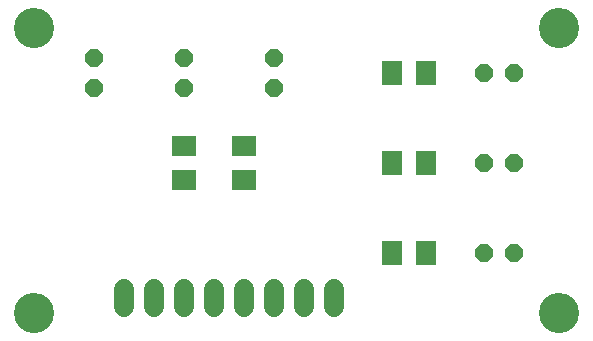
<source format=gts>
G75*
%MOIN*%
%OFA0B0*%
%FSLAX25Y25*%
%IPPOS*%
%LPD*%
%AMOC8*
5,1,8,0,0,1.08239X$1,22.5*
%
%ADD10C,0.13398*%
%ADD11C,0.06800*%
%ADD12OC8,0.06000*%
%ADD13R,0.07099X0.07898*%
%ADD14R,0.07898X0.07099*%
D10*
X0012600Y0012600D03*
X0012600Y0107600D03*
X0187600Y0107600D03*
X0187600Y0012600D03*
D11*
X0112600Y0014600D02*
X0112600Y0020600D01*
X0102600Y0020600D02*
X0102600Y0014600D01*
X0092600Y0014600D02*
X0092600Y0020600D01*
X0082600Y0020600D02*
X0082600Y0014600D01*
X0072600Y0014600D02*
X0072600Y0020600D01*
X0062600Y0020600D02*
X0062600Y0014600D01*
X0052600Y0014600D02*
X0052600Y0020600D01*
X0042600Y0020600D02*
X0042600Y0014600D01*
D12*
X0032600Y0087600D03*
X0032600Y0097600D03*
X0062600Y0097600D03*
X0062600Y0087600D03*
X0092600Y0087600D03*
X0092600Y0097600D03*
X0162600Y0092600D03*
X0172600Y0092600D03*
X0172600Y0062600D03*
X0162600Y0062600D03*
X0162600Y0032600D03*
X0172600Y0032600D03*
D13*
X0143198Y0032600D03*
X0132002Y0032600D03*
X0132002Y0062600D03*
X0143198Y0062600D03*
X0143198Y0092600D03*
X0132002Y0092600D03*
D14*
X0082600Y0068198D03*
X0082600Y0057002D03*
X0062600Y0057002D03*
X0062600Y0068198D03*
M02*

</source>
